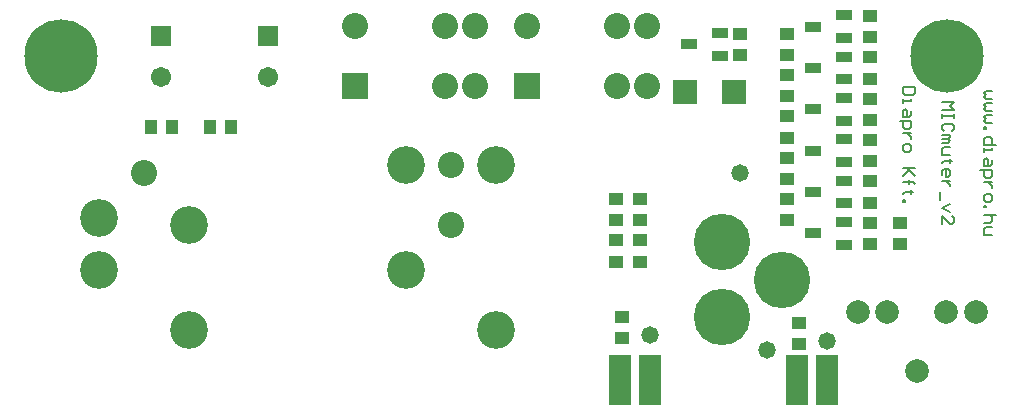
<source format=gts>
%FSTAX24Y24*%
%MOIN*%
G70*
G01*
G75*
G04 Layer_Color=8388736*
%ADD10R,0.0374X0.0315*%
%ADD11R,0.0709X0.0709*%
%ADD12R,0.0472X0.0256*%
%ADD13R,0.0315X0.0374*%
%ADD14R,0.0670X0.1575*%
%ADD15C,0.0200*%
%ADD16C,0.0079*%
%ADD17C,0.2362*%
%ADD18C,0.0787*%
%ADD19R,0.0787X0.0787*%
%ADD20R,0.0591X0.0591*%
%ADD21C,0.0591*%
%ADD22C,0.1181*%
%ADD23C,0.1800*%
%ADD24C,0.0709*%
%ADD25C,0.0500*%
%ADD26R,0.0454X0.0395*%
%ADD27R,0.0789X0.0789*%
%ADD28R,0.0552X0.0336*%
%ADD29R,0.0395X0.0454*%
%ADD30R,0.0750X0.1655*%
%ADD31C,0.2442*%
%ADD32C,0.0867*%
%ADD33R,0.0867X0.0867*%
%ADD34R,0.0671X0.0671*%
%ADD35C,0.0671*%
%ADD36C,0.1261*%
%ADD37C,0.1880*%
%ADD38C,0.0789*%
%ADD39C,0.0580*%
D16*
X052997Y02013D02*
X05339D01*
X053259Y019999D01*
X05339Y019868D01*
X052997D01*
X05339Y019737D02*
Y019606D01*
Y019671D01*
X052997D01*
Y019737D01*
Y019606D01*
X053325Y019146D02*
X05339Y019212D01*
Y019343D01*
X053325Y019409D01*
X053062D01*
X052997Y019343D01*
Y019212D01*
X053062Y019146D01*
X052997Y019015D02*
X053259D01*
Y01895D01*
X053193Y018884D01*
X052997D01*
X053193D01*
X053259Y018818D01*
X053193Y018753D01*
X052997D01*
X053259Y018622D02*
X053062D01*
X052997Y018556D01*
Y018359D01*
X053259D01*
X053325Y018162D02*
X053259D01*
Y018228D01*
Y018097D01*
Y018162D01*
X053062D01*
X052997Y018097D01*
Y017703D02*
Y017834D01*
X053062Y0179D01*
X053193D01*
X053259Y017834D01*
Y017703D01*
X053193Y017638D01*
X053128D01*
Y0179D01*
X053259Y017506D02*
X052997D01*
X053128D01*
X053193Y017441D01*
X053259Y017375D01*
Y01731D01*
X052931Y017113D02*
Y016851D01*
X053259Y016719D02*
X052997Y016588D01*
X053259Y016457D01*
X052997Y016063D02*
Y016326D01*
X053259Y016063D01*
X053325D01*
X05339Y016129D01*
Y01626D01*
X053325Y016326D01*
X052099Y020614D02*
X051706D01*
Y020417D01*
X051771Y020351D01*
X052034D01*
X052099Y020417D01*
Y020614D01*
X051706Y02022D02*
Y020089D01*
Y020155D01*
X051968D01*
Y02022D01*
Y019827D02*
Y019695D01*
X051902Y01963D01*
X051706D01*
Y019827D01*
X051771Y019892D01*
X051837Y019827D01*
Y01963D01*
X051574Y019499D02*
X051968D01*
Y019302D01*
X051902Y019236D01*
X051771D01*
X051706Y019302D01*
Y019499D01*
X051968Y019105D02*
X051706D01*
X051837D01*
X051902Y019039D01*
X051968Y018974D01*
Y018908D01*
X051706Y018646D02*
Y018515D01*
X051771Y018449D01*
X051902D01*
X051968Y018515D01*
Y018646D01*
X051902Y018712D01*
X051771D01*
X051706Y018646D01*
X052099Y017924D02*
X051706D01*
X051837D01*
X052099Y017662D01*
X051902Y017859D01*
X051706Y017662D01*
Y017465D02*
X052034D01*
X051902D01*
Y017531D01*
Y0174D01*
Y017465D01*
X052034D01*
X052099Y0174D01*
X052034Y017137D02*
X051968D01*
Y017203D01*
Y017072D01*
Y017137D01*
X051771D01*
X051706Y017072D01*
Y016875D02*
X051771D01*
Y016809D01*
X051706D01*
Y016875D01*
X054659Y02048D02*
X054462D01*
X054397Y020415D01*
X054462Y020349D01*
X054397Y020284D01*
X054462Y020218D01*
X054659D01*
Y020087D02*
X054462D01*
X054397Y020021D01*
X054462Y019956D01*
X054397Y01989D01*
X054462Y019824D01*
X054659D01*
Y019693D02*
X054462D01*
X054397Y019628D01*
X054462Y019562D01*
X054397Y019496D01*
X054462Y019431D01*
X054659D01*
X054397Y0193D02*
X054462D01*
Y019234D01*
X054397D01*
Y0193D01*
X05479Y018709D02*
X054397D01*
Y018906D01*
X054462Y018972D01*
X054593D01*
X054659Y018906D01*
Y018709D01*
X054397Y018578D02*
Y018447D01*
Y018512D01*
X054659D01*
Y018578D01*
Y018184D02*
Y018053D01*
X054593Y017988D01*
X054397D01*
Y018184D01*
X054462Y01825D01*
X054528Y018184D01*
Y017988D01*
X054265Y017856D02*
X054659D01*
Y01766D01*
X054593Y017594D01*
X054462D01*
X054397Y01766D01*
Y017856D01*
X054659Y017463D02*
X054397D01*
X054528D01*
X054593Y017397D01*
X054659Y017332D01*
Y017266D01*
X054397Y017004D02*
Y016873D01*
X054462Y016807D01*
X054593D01*
X054659Y016873D01*
Y017004D01*
X054593Y017069D01*
X054462D01*
X054397Y017004D01*
Y016676D02*
X054462D01*
Y01661D01*
X054397D01*
Y016676D01*
X05479Y016348D02*
X054397D01*
X054593D01*
X054659Y016282D01*
Y016151D01*
X054593Y016085D01*
X054397D01*
X054659Y015954D02*
X054462D01*
X054397Y015889D01*
Y015692D01*
X054659D01*
D26*
X042323Y012953D02*
D03*
Y012244D02*
D03*
X048228Y012047D02*
D03*
Y012756D02*
D03*
X04626Y022402D02*
D03*
Y021693D02*
D03*
X047835Y021693D02*
D03*
Y022402D02*
D03*
Y020315D02*
D03*
Y021024D02*
D03*
Y018937D02*
D03*
Y019646D02*
D03*
Y017559D02*
D03*
Y018268D02*
D03*
Y016181D02*
D03*
Y01689D02*
D03*
X051575Y016102D02*
D03*
Y015394D02*
D03*
X050591Y022283D02*
D03*
Y022992D02*
D03*
Y020906D02*
D03*
Y021614D02*
D03*
Y019528D02*
D03*
Y020236D02*
D03*
Y01815D02*
D03*
Y018858D02*
D03*
Y016772D02*
D03*
Y01748D02*
D03*
Y015394D02*
D03*
Y016102D02*
D03*
X042126Y016181D02*
D03*
Y01689D02*
D03*
X042913Y016181D02*
D03*
Y01689D02*
D03*
X042126Y015512D02*
D03*
Y014803D02*
D03*
X042913Y015512D02*
D03*
Y014803D02*
D03*
D27*
X044409Y020472D02*
D03*
X046063D02*
D03*
D28*
X045601Y022421D02*
D03*
Y021673D02*
D03*
X044556Y022047D02*
D03*
X04869Y022638D02*
D03*
X049735Y022264D02*
D03*
Y023012D02*
D03*
X04869Y02126D02*
D03*
X049735Y020886D02*
D03*
Y021634D02*
D03*
X04869Y019882D02*
D03*
X049735Y019508D02*
D03*
Y020256D02*
D03*
X04869Y018504D02*
D03*
X049735Y01813D02*
D03*
Y018878D02*
D03*
X04869Y017126D02*
D03*
X049735Y016752D02*
D03*
Y0175D02*
D03*
X04869Y015748D02*
D03*
X049735Y015374D02*
D03*
Y016122D02*
D03*
D29*
X026614Y019291D02*
D03*
X027323D02*
D03*
X028583D02*
D03*
X029291D02*
D03*
D30*
X04325Y01085D02*
D03*
X04225D02*
D03*
X04915D02*
D03*
X04815D02*
D03*
D31*
X05315Y021654D02*
D03*
X023622D02*
D03*
D32*
X037433Y022654D02*
D03*
X036433D02*
D03*
X033433D02*
D03*
X037433Y020654D02*
D03*
X036433D02*
D03*
X043142Y022654D02*
D03*
X042142D02*
D03*
X039142D02*
D03*
X043142Y020654D02*
D03*
X042142D02*
D03*
X026378Y017776D02*
D03*
X036614Y018024D02*
D03*
Y016024D02*
D03*
D33*
X033433Y020654D02*
D03*
X039142D02*
D03*
D34*
X030512Y022343D02*
D03*
X026969D02*
D03*
D35*
X030512Y020965D02*
D03*
X026969D02*
D03*
D36*
X024878Y014524D02*
D03*
Y016274D02*
D03*
X027878Y016024D02*
D03*
Y012524D02*
D03*
X035114Y014524D02*
D03*
Y018024D02*
D03*
X038114D02*
D03*
Y012524D02*
D03*
D37*
X04565Y01545D02*
D03*
Y01295D02*
D03*
X04765Y0142D02*
D03*
D38*
X05215Y01115D02*
D03*
X050181Y013118D02*
D03*
X054118D02*
D03*
X051166D02*
D03*
X053134D02*
D03*
D39*
X04325Y01235D02*
D03*
X04915Y01215D02*
D03*
X04715Y01185D02*
D03*
X04625Y01775D02*
D03*
M02*

</source>
